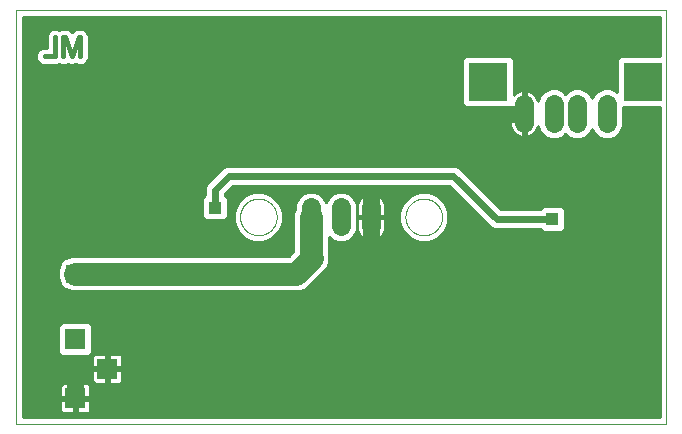
<source format=gbl>
G75*
%MOIN*%
%OFA0B0*%
%FSLAX25Y25*%
%IPPOS*%
%LPD*%
%AMOC8*
5,1,8,0,0,1.08239X$1,22.5*
%
%ADD10C,0.00000*%
%ADD11C,0.06337*%
%ADD12R,0.13055X0.13055*%
%ADD13R,0.07124X0.07124*%
%ADD14C,0.01000*%
%ADD15R,0.05937X0.05937*%
%ADD16C,0.05600*%
%ADD17R,0.04362X0.04362*%
%ADD18C,0.02400*%
%ADD19C,0.07600*%
%ADD20C,0.01600*%
D10*
X0070290Y0017195D02*
X0070290Y0154990D01*
X0286826Y0154990D01*
X0286826Y0017195D01*
X0070290Y0017195D01*
X0144897Y0086093D02*
X0144899Y0086249D01*
X0144905Y0086405D01*
X0144915Y0086560D01*
X0144929Y0086715D01*
X0144947Y0086870D01*
X0144969Y0087024D01*
X0144994Y0087178D01*
X0145024Y0087331D01*
X0145058Y0087483D01*
X0145095Y0087635D01*
X0145136Y0087785D01*
X0145181Y0087934D01*
X0145230Y0088082D01*
X0145283Y0088229D01*
X0145339Y0088374D01*
X0145399Y0088518D01*
X0145463Y0088660D01*
X0145531Y0088801D01*
X0145602Y0088939D01*
X0145676Y0089076D01*
X0145754Y0089211D01*
X0145835Y0089344D01*
X0145920Y0089475D01*
X0146008Y0089604D01*
X0146099Y0089730D01*
X0146194Y0089854D01*
X0146291Y0089975D01*
X0146392Y0090094D01*
X0146496Y0090211D01*
X0146602Y0090324D01*
X0146712Y0090435D01*
X0146824Y0090543D01*
X0146939Y0090648D01*
X0147057Y0090751D01*
X0147177Y0090850D01*
X0147300Y0090946D01*
X0147425Y0091039D01*
X0147552Y0091128D01*
X0147682Y0091215D01*
X0147814Y0091298D01*
X0147948Y0091377D01*
X0148084Y0091454D01*
X0148222Y0091526D01*
X0148361Y0091596D01*
X0148503Y0091661D01*
X0148646Y0091723D01*
X0148790Y0091781D01*
X0148936Y0091836D01*
X0149084Y0091887D01*
X0149232Y0091934D01*
X0149382Y0091977D01*
X0149533Y0092016D01*
X0149685Y0092052D01*
X0149837Y0092083D01*
X0149991Y0092111D01*
X0150145Y0092135D01*
X0150299Y0092155D01*
X0150454Y0092171D01*
X0150610Y0092183D01*
X0150765Y0092191D01*
X0150921Y0092195D01*
X0151077Y0092195D01*
X0151233Y0092191D01*
X0151388Y0092183D01*
X0151544Y0092171D01*
X0151699Y0092155D01*
X0151853Y0092135D01*
X0152007Y0092111D01*
X0152161Y0092083D01*
X0152313Y0092052D01*
X0152465Y0092016D01*
X0152616Y0091977D01*
X0152766Y0091934D01*
X0152914Y0091887D01*
X0153062Y0091836D01*
X0153208Y0091781D01*
X0153352Y0091723D01*
X0153495Y0091661D01*
X0153637Y0091596D01*
X0153776Y0091526D01*
X0153914Y0091454D01*
X0154050Y0091377D01*
X0154184Y0091298D01*
X0154316Y0091215D01*
X0154446Y0091128D01*
X0154573Y0091039D01*
X0154698Y0090946D01*
X0154821Y0090850D01*
X0154941Y0090751D01*
X0155059Y0090648D01*
X0155174Y0090543D01*
X0155286Y0090435D01*
X0155396Y0090324D01*
X0155502Y0090211D01*
X0155606Y0090094D01*
X0155707Y0089975D01*
X0155804Y0089854D01*
X0155899Y0089730D01*
X0155990Y0089604D01*
X0156078Y0089475D01*
X0156163Y0089344D01*
X0156244Y0089211D01*
X0156322Y0089076D01*
X0156396Y0088939D01*
X0156467Y0088801D01*
X0156535Y0088660D01*
X0156599Y0088518D01*
X0156659Y0088374D01*
X0156715Y0088229D01*
X0156768Y0088082D01*
X0156817Y0087934D01*
X0156862Y0087785D01*
X0156903Y0087635D01*
X0156940Y0087483D01*
X0156974Y0087331D01*
X0157004Y0087178D01*
X0157029Y0087024D01*
X0157051Y0086870D01*
X0157069Y0086715D01*
X0157083Y0086560D01*
X0157093Y0086405D01*
X0157099Y0086249D01*
X0157101Y0086093D01*
X0157099Y0085937D01*
X0157093Y0085781D01*
X0157083Y0085626D01*
X0157069Y0085471D01*
X0157051Y0085316D01*
X0157029Y0085162D01*
X0157004Y0085008D01*
X0156974Y0084855D01*
X0156940Y0084703D01*
X0156903Y0084551D01*
X0156862Y0084401D01*
X0156817Y0084252D01*
X0156768Y0084104D01*
X0156715Y0083957D01*
X0156659Y0083812D01*
X0156599Y0083668D01*
X0156535Y0083526D01*
X0156467Y0083385D01*
X0156396Y0083247D01*
X0156322Y0083110D01*
X0156244Y0082975D01*
X0156163Y0082842D01*
X0156078Y0082711D01*
X0155990Y0082582D01*
X0155899Y0082456D01*
X0155804Y0082332D01*
X0155707Y0082211D01*
X0155606Y0082092D01*
X0155502Y0081975D01*
X0155396Y0081862D01*
X0155286Y0081751D01*
X0155174Y0081643D01*
X0155059Y0081538D01*
X0154941Y0081435D01*
X0154821Y0081336D01*
X0154698Y0081240D01*
X0154573Y0081147D01*
X0154446Y0081058D01*
X0154316Y0080971D01*
X0154184Y0080888D01*
X0154050Y0080809D01*
X0153914Y0080732D01*
X0153776Y0080660D01*
X0153637Y0080590D01*
X0153495Y0080525D01*
X0153352Y0080463D01*
X0153208Y0080405D01*
X0153062Y0080350D01*
X0152914Y0080299D01*
X0152766Y0080252D01*
X0152616Y0080209D01*
X0152465Y0080170D01*
X0152313Y0080134D01*
X0152161Y0080103D01*
X0152007Y0080075D01*
X0151853Y0080051D01*
X0151699Y0080031D01*
X0151544Y0080015D01*
X0151388Y0080003D01*
X0151233Y0079995D01*
X0151077Y0079991D01*
X0150921Y0079991D01*
X0150765Y0079995D01*
X0150610Y0080003D01*
X0150454Y0080015D01*
X0150299Y0080031D01*
X0150145Y0080051D01*
X0149991Y0080075D01*
X0149837Y0080103D01*
X0149685Y0080134D01*
X0149533Y0080170D01*
X0149382Y0080209D01*
X0149232Y0080252D01*
X0149084Y0080299D01*
X0148936Y0080350D01*
X0148790Y0080405D01*
X0148646Y0080463D01*
X0148503Y0080525D01*
X0148361Y0080590D01*
X0148222Y0080660D01*
X0148084Y0080732D01*
X0147948Y0080809D01*
X0147814Y0080888D01*
X0147682Y0080971D01*
X0147552Y0081058D01*
X0147425Y0081147D01*
X0147300Y0081240D01*
X0147177Y0081336D01*
X0147057Y0081435D01*
X0146939Y0081538D01*
X0146824Y0081643D01*
X0146712Y0081751D01*
X0146602Y0081862D01*
X0146496Y0081975D01*
X0146392Y0082092D01*
X0146291Y0082211D01*
X0146194Y0082332D01*
X0146099Y0082456D01*
X0146008Y0082582D01*
X0145920Y0082711D01*
X0145835Y0082842D01*
X0145754Y0082975D01*
X0145676Y0083110D01*
X0145602Y0083247D01*
X0145531Y0083385D01*
X0145463Y0083526D01*
X0145399Y0083668D01*
X0145339Y0083812D01*
X0145283Y0083957D01*
X0145230Y0084104D01*
X0145181Y0084252D01*
X0145136Y0084401D01*
X0145095Y0084551D01*
X0145058Y0084703D01*
X0145024Y0084855D01*
X0144994Y0085008D01*
X0144969Y0085162D01*
X0144947Y0085316D01*
X0144929Y0085471D01*
X0144915Y0085626D01*
X0144905Y0085781D01*
X0144899Y0085937D01*
X0144897Y0086093D01*
X0200015Y0086093D02*
X0200017Y0086249D01*
X0200023Y0086405D01*
X0200033Y0086560D01*
X0200047Y0086715D01*
X0200065Y0086870D01*
X0200087Y0087024D01*
X0200112Y0087178D01*
X0200142Y0087331D01*
X0200176Y0087483D01*
X0200213Y0087635D01*
X0200254Y0087785D01*
X0200299Y0087934D01*
X0200348Y0088082D01*
X0200401Y0088229D01*
X0200457Y0088374D01*
X0200517Y0088518D01*
X0200581Y0088660D01*
X0200649Y0088801D01*
X0200720Y0088939D01*
X0200794Y0089076D01*
X0200872Y0089211D01*
X0200953Y0089344D01*
X0201038Y0089475D01*
X0201126Y0089604D01*
X0201217Y0089730D01*
X0201312Y0089854D01*
X0201409Y0089975D01*
X0201510Y0090094D01*
X0201614Y0090211D01*
X0201720Y0090324D01*
X0201830Y0090435D01*
X0201942Y0090543D01*
X0202057Y0090648D01*
X0202175Y0090751D01*
X0202295Y0090850D01*
X0202418Y0090946D01*
X0202543Y0091039D01*
X0202670Y0091128D01*
X0202800Y0091215D01*
X0202932Y0091298D01*
X0203066Y0091377D01*
X0203202Y0091454D01*
X0203340Y0091526D01*
X0203479Y0091596D01*
X0203621Y0091661D01*
X0203764Y0091723D01*
X0203908Y0091781D01*
X0204054Y0091836D01*
X0204202Y0091887D01*
X0204350Y0091934D01*
X0204500Y0091977D01*
X0204651Y0092016D01*
X0204803Y0092052D01*
X0204955Y0092083D01*
X0205109Y0092111D01*
X0205263Y0092135D01*
X0205417Y0092155D01*
X0205572Y0092171D01*
X0205728Y0092183D01*
X0205883Y0092191D01*
X0206039Y0092195D01*
X0206195Y0092195D01*
X0206351Y0092191D01*
X0206506Y0092183D01*
X0206662Y0092171D01*
X0206817Y0092155D01*
X0206971Y0092135D01*
X0207125Y0092111D01*
X0207279Y0092083D01*
X0207431Y0092052D01*
X0207583Y0092016D01*
X0207734Y0091977D01*
X0207884Y0091934D01*
X0208032Y0091887D01*
X0208180Y0091836D01*
X0208326Y0091781D01*
X0208470Y0091723D01*
X0208613Y0091661D01*
X0208755Y0091596D01*
X0208894Y0091526D01*
X0209032Y0091454D01*
X0209168Y0091377D01*
X0209302Y0091298D01*
X0209434Y0091215D01*
X0209564Y0091128D01*
X0209691Y0091039D01*
X0209816Y0090946D01*
X0209939Y0090850D01*
X0210059Y0090751D01*
X0210177Y0090648D01*
X0210292Y0090543D01*
X0210404Y0090435D01*
X0210514Y0090324D01*
X0210620Y0090211D01*
X0210724Y0090094D01*
X0210825Y0089975D01*
X0210922Y0089854D01*
X0211017Y0089730D01*
X0211108Y0089604D01*
X0211196Y0089475D01*
X0211281Y0089344D01*
X0211362Y0089211D01*
X0211440Y0089076D01*
X0211514Y0088939D01*
X0211585Y0088801D01*
X0211653Y0088660D01*
X0211717Y0088518D01*
X0211777Y0088374D01*
X0211833Y0088229D01*
X0211886Y0088082D01*
X0211935Y0087934D01*
X0211980Y0087785D01*
X0212021Y0087635D01*
X0212058Y0087483D01*
X0212092Y0087331D01*
X0212122Y0087178D01*
X0212147Y0087024D01*
X0212169Y0086870D01*
X0212187Y0086715D01*
X0212201Y0086560D01*
X0212211Y0086405D01*
X0212217Y0086249D01*
X0212219Y0086093D01*
X0212217Y0085937D01*
X0212211Y0085781D01*
X0212201Y0085626D01*
X0212187Y0085471D01*
X0212169Y0085316D01*
X0212147Y0085162D01*
X0212122Y0085008D01*
X0212092Y0084855D01*
X0212058Y0084703D01*
X0212021Y0084551D01*
X0211980Y0084401D01*
X0211935Y0084252D01*
X0211886Y0084104D01*
X0211833Y0083957D01*
X0211777Y0083812D01*
X0211717Y0083668D01*
X0211653Y0083526D01*
X0211585Y0083385D01*
X0211514Y0083247D01*
X0211440Y0083110D01*
X0211362Y0082975D01*
X0211281Y0082842D01*
X0211196Y0082711D01*
X0211108Y0082582D01*
X0211017Y0082456D01*
X0210922Y0082332D01*
X0210825Y0082211D01*
X0210724Y0082092D01*
X0210620Y0081975D01*
X0210514Y0081862D01*
X0210404Y0081751D01*
X0210292Y0081643D01*
X0210177Y0081538D01*
X0210059Y0081435D01*
X0209939Y0081336D01*
X0209816Y0081240D01*
X0209691Y0081147D01*
X0209564Y0081058D01*
X0209434Y0080971D01*
X0209302Y0080888D01*
X0209168Y0080809D01*
X0209032Y0080732D01*
X0208894Y0080660D01*
X0208755Y0080590D01*
X0208613Y0080525D01*
X0208470Y0080463D01*
X0208326Y0080405D01*
X0208180Y0080350D01*
X0208032Y0080299D01*
X0207884Y0080252D01*
X0207734Y0080209D01*
X0207583Y0080170D01*
X0207431Y0080134D01*
X0207279Y0080103D01*
X0207125Y0080075D01*
X0206971Y0080051D01*
X0206817Y0080031D01*
X0206662Y0080015D01*
X0206506Y0080003D01*
X0206351Y0079995D01*
X0206195Y0079991D01*
X0206039Y0079991D01*
X0205883Y0079995D01*
X0205728Y0080003D01*
X0205572Y0080015D01*
X0205417Y0080031D01*
X0205263Y0080051D01*
X0205109Y0080075D01*
X0204955Y0080103D01*
X0204803Y0080134D01*
X0204651Y0080170D01*
X0204500Y0080209D01*
X0204350Y0080252D01*
X0204202Y0080299D01*
X0204054Y0080350D01*
X0203908Y0080405D01*
X0203764Y0080463D01*
X0203621Y0080525D01*
X0203479Y0080590D01*
X0203340Y0080660D01*
X0203202Y0080732D01*
X0203066Y0080809D01*
X0202932Y0080888D01*
X0202800Y0080971D01*
X0202670Y0081058D01*
X0202543Y0081147D01*
X0202418Y0081240D01*
X0202295Y0081336D01*
X0202175Y0081435D01*
X0202057Y0081538D01*
X0201942Y0081643D01*
X0201830Y0081751D01*
X0201720Y0081862D01*
X0201614Y0081975D01*
X0201510Y0082092D01*
X0201409Y0082211D01*
X0201312Y0082332D01*
X0201217Y0082456D01*
X0201126Y0082582D01*
X0201038Y0082711D01*
X0200953Y0082842D01*
X0200872Y0082975D01*
X0200794Y0083110D01*
X0200720Y0083247D01*
X0200649Y0083385D01*
X0200581Y0083526D01*
X0200517Y0083668D01*
X0200457Y0083812D01*
X0200401Y0083957D01*
X0200348Y0084104D01*
X0200299Y0084252D01*
X0200254Y0084401D01*
X0200213Y0084551D01*
X0200176Y0084703D01*
X0200142Y0084855D01*
X0200112Y0085008D01*
X0200087Y0085162D01*
X0200065Y0085316D01*
X0200047Y0085471D01*
X0200033Y0085626D01*
X0200023Y0085781D01*
X0200017Y0085937D01*
X0200015Y0086093D01*
D11*
X0188558Y0089261D02*
X0188558Y0082924D01*
X0178558Y0082924D02*
X0178558Y0089261D01*
X0168558Y0089261D02*
X0168558Y0082924D01*
X0239582Y0117373D02*
X0239582Y0123710D01*
X0249424Y0123710D02*
X0249424Y0117373D01*
X0257298Y0117373D02*
X0257298Y0123710D01*
X0267141Y0123710D02*
X0267141Y0117373D01*
D12*
X0279227Y0131211D03*
X0227495Y0131211D03*
D13*
X0089975Y0045344D03*
X0100605Y0035502D03*
X0089975Y0025659D03*
D14*
X0089475Y0025183D02*
X0072390Y0025183D01*
X0072390Y0026181D02*
X0084913Y0026181D01*
X0084913Y0026159D02*
X0089475Y0026159D01*
X0089475Y0025159D01*
X0090475Y0025159D01*
X0090475Y0020597D01*
X0093735Y0020597D01*
X0094117Y0020699D01*
X0094459Y0020897D01*
X0094738Y0021176D01*
X0094935Y0021518D01*
X0095038Y0021900D01*
X0095038Y0025159D01*
X0090475Y0025159D01*
X0090475Y0026159D01*
X0095038Y0026159D01*
X0095038Y0029419D01*
X0094935Y0029801D01*
X0094738Y0030143D01*
X0094459Y0030422D01*
X0094117Y0030619D01*
X0093735Y0030722D01*
X0090475Y0030722D01*
X0090475Y0026159D01*
X0089475Y0026159D01*
X0089475Y0030722D01*
X0086216Y0030722D01*
X0085834Y0030619D01*
X0085492Y0030422D01*
X0085213Y0030143D01*
X0085015Y0029801D01*
X0084913Y0029419D01*
X0084913Y0026159D01*
X0084913Y0025159D02*
X0084913Y0021900D01*
X0085015Y0021518D01*
X0085213Y0021176D01*
X0085492Y0020897D01*
X0085834Y0020699D01*
X0086216Y0020597D01*
X0089475Y0020597D01*
X0089475Y0025159D01*
X0084913Y0025159D01*
X0084913Y0024184D02*
X0072390Y0024184D01*
X0072390Y0023186D02*
X0084913Y0023186D01*
X0084913Y0022187D02*
X0072390Y0022187D01*
X0072390Y0021189D02*
X0085206Y0021189D01*
X0089475Y0021189D02*
X0090475Y0021189D01*
X0090475Y0022187D02*
X0089475Y0022187D01*
X0089475Y0023186D02*
X0090475Y0023186D01*
X0090475Y0024184D02*
X0089475Y0024184D01*
X0090475Y0025183D02*
X0284726Y0025183D01*
X0284726Y0026181D02*
X0095038Y0026181D01*
X0095038Y0027180D02*
X0284726Y0027180D01*
X0284726Y0028179D02*
X0095038Y0028179D01*
X0095038Y0029177D02*
X0284726Y0029177D01*
X0284726Y0030176D02*
X0094705Y0030176D01*
X0095843Y0031019D02*
X0095645Y0031361D01*
X0095543Y0031742D01*
X0095543Y0035002D01*
X0100105Y0035002D01*
X0100105Y0036002D01*
X0095543Y0036002D01*
X0095543Y0039262D01*
X0095645Y0039643D01*
X0095843Y0039985D01*
X0096122Y0040264D01*
X0096464Y0040462D01*
X0096846Y0040564D01*
X0100105Y0040564D01*
X0100105Y0036002D01*
X0101105Y0036002D01*
X0101105Y0040564D01*
X0104365Y0040564D01*
X0104747Y0040462D01*
X0105089Y0040264D01*
X0105368Y0039985D01*
X0105565Y0039643D01*
X0105668Y0039262D01*
X0105668Y0036002D01*
X0101105Y0036002D01*
X0101105Y0035002D01*
X0101105Y0030440D01*
X0104365Y0030440D01*
X0104747Y0030542D01*
X0105089Y0030739D01*
X0105368Y0031019D01*
X0105565Y0031361D01*
X0105668Y0031742D01*
X0105668Y0035002D01*
X0101105Y0035002D01*
X0100105Y0035002D01*
X0100105Y0030440D01*
X0096846Y0030440D01*
X0096464Y0030542D01*
X0096122Y0030739D01*
X0095843Y0031019D01*
X0095753Y0031174D02*
X0072390Y0031174D01*
X0072390Y0030176D02*
X0085246Y0030176D01*
X0084913Y0029177D02*
X0072390Y0029177D01*
X0072390Y0028179D02*
X0084913Y0028179D01*
X0084913Y0027180D02*
X0072390Y0027180D01*
X0072390Y0032173D02*
X0095543Y0032173D01*
X0095543Y0033171D02*
X0072390Y0033171D01*
X0072390Y0034170D02*
X0095543Y0034170D01*
X0095543Y0036167D02*
X0072390Y0036167D01*
X0072390Y0037165D02*
X0095543Y0037165D01*
X0095543Y0038164D02*
X0072390Y0038164D01*
X0072390Y0039162D02*
X0095543Y0039162D01*
X0096018Y0040161D02*
X0094886Y0040161D01*
X0094407Y0039682D02*
X0095638Y0040912D01*
X0095638Y0049777D01*
X0094407Y0051007D01*
X0085543Y0051007D01*
X0084313Y0049777D01*
X0084313Y0040912D01*
X0085543Y0039682D01*
X0094407Y0039682D01*
X0095638Y0041159D02*
X0284726Y0041159D01*
X0284726Y0040161D02*
X0105192Y0040161D01*
X0105668Y0039162D02*
X0284726Y0039162D01*
X0284726Y0038164D02*
X0105668Y0038164D01*
X0105668Y0037165D02*
X0284726Y0037165D01*
X0284726Y0036167D02*
X0105668Y0036167D01*
X0105668Y0034170D02*
X0284726Y0034170D01*
X0284726Y0035168D02*
X0101105Y0035168D01*
X0101105Y0034170D02*
X0100105Y0034170D01*
X0100105Y0035168D02*
X0072390Y0035168D01*
X0072390Y0040161D02*
X0085065Y0040161D01*
X0084313Y0041159D02*
X0072390Y0041159D01*
X0072390Y0042158D02*
X0084313Y0042158D01*
X0084313Y0043156D02*
X0072390Y0043156D01*
X0072390Y0044155D02*
X0084313Y0044155D01*
X0084313Y0045153D02*
X0072390Y0045153D01*
X0072390Y0046152D02*
X0084313Y0046152D01*
X0084313Y0047150D02*
X0072390Y0047150D01*
X0072390Y0048149D02*
X0084313Y0048149D01*
X0084313Y0049147D02*
X0072390Y0049147D01*
X0072390Y0050146D02*
X0084682Y0050146D01*
X0095268Y0050146D02*
X0284726Y0050146D01*
X0284726Y0051144D02*
X0072390Y0051144D01*
X0072390Y0052143D02*
X0284726Y0052143D01*
X0284726Y0053141D02*
X0072390Y0053141D01*
X0072390Y0054140D02*
X0284726Y0054140D01*
X0284726Y0055138D02*
X0072390Y0055138D01*
X0072390Y0056137D02*
X0284726Y0056137D01*
X0284726Y0057135D02*
X0072390Y0057135D01*
X0072390Y0058134D02*
X0284726Y0058134D01*
X0284726Y0059132D02*
X0072390Y0059132D01*
X0072390Y0060131D02*
X0284726Y0060131D01*
X0284726Y0061129D02*
X0072390Y0061129D01*
X0072390Y0062128D02*
X0086136Y0062128D01*
X0086137Y0062126D02*
X0086794Y0062126D01*
X0088802Y0061295D01*
X0164771Y0061295D01*
X0166940Y0062193D01*
X0172058Y0067311D01*
X0173717Y0068971D01*
X0174616Y0071139D01*
X0174616Y0073487D01*
X0174458Y0073867D01*
X0174458Y0079573D01*
X0175574Y0078458D01*
X0177510Y0077656D01*
X0179606Y0077656D01*
X0181542Y0078458D01*
X0183025Y0079940D01*
X0183827Y0081876D01*
X0183827Y0090309D01*
X0183025Y0092245D01*
X0181542Y0093727D01*
X0179606Y0094530D01*
X0177510Y0094530D01*
X0175574Y0093727D01*
X0174092Y0092245D01*
X0173558Y0090957D01*
X0173025Y0092245D01*
X0171542Y0093727D01*
X0169606Y0094530D01*
X0167510Y0094530D01*
X0165574Y0093727D01*
X0164092Y0092245D01*
X0163290Y0090309D01*
X0163290Y0088791D01*
X0162658Y0087266D01*
X0162658Y0074599D01*
X0161154Y0073095D01*
X0088802Y0073095D01*
X0086794Y0072263D01*
X0086137Y0072263D01*
X0084907Y0071033D01*
X0084907Y0070376D01*
X0084075Y0068368D01*
X0084075Y0066021D01*
X0084907Y0064014D01*
X0084907Y0063357D01*
X0086137Y0062126D01*
X0085137Y0063126D02*
X0072390Y0063126D01*
X0072390Y0064125D02*
X0084861Y0064125D01*
X0084447Y0065123D02*
X0072390Y0065123D01*
X0072390Y0066122D02*
X0084075Y0066122D01*
X0084075Y0067120D02*
X0072390Y0067120D01*
X0072390Y0068119D02*
X0084075Y0068119D01*
X0084386Y0069117D02*
X0072390Y0069117D01*
X0072390Y0070116D02*
X0084799Y0070116D01*
X0084988Y0071114D02*
X0072390Y0071114D01*
X0072390Y0072113D02*
X0085987Y0072113D01*
X0072390Y0073112D02*
X0161170Y0073112D01*
X0162169Y0074110D02*
X0072390Y0074110D01*
X0072390Y0075109D02*
X0162658Y0075109D01*
X0162658Y0076107D02*
X0072390Y0076107D01*
X0072390Y0077106D02*
X0162658Y0077106D01*
X0162658Y0078104D02*
X0153147Y0078104D01*
X0152631Y0077890D02*
X0155645Y0079139D01*
X0157953Y0081446D01*
X0159201Y0084461D01*
X0159201Y0087724D01*
X0157953Y0090739D01*
X0155645Y0093046D01*
X0152631Y0094295D01*
X0149367Y0094295D01*
X0146353Y0093046D01*
X0144045Y0090739D01*
X0142797Y0087724D01*
X0142797Y0084461D01*
X0144045Y0081446D01*
X0146353Y0079139D01*
X0149367Y0077890D01*
X0152631Y0077890D01*
X0155558Y0079103D02*
X0162658Y0079103D01*
X0162658Y0080101D02*
X0156608Y0080101D01*
X0157606Y0081100D02*
X0162658Y0081100D01*
X0162658Y0082098D02*
X0158223Y0082098D01*
X0158636Y0083097D02*
X0162658Y0083097D01*
X0162658Y0084095D02*
X0159050Y0084095D01*
X0159201Y0085094D02*
X0162658Y0085094D01*
X0162658Y0086092D02*
X0159201Y0086092D01*
X0159201Y0087091D02*
X0162658Y0087091D01*
X0162999Y0088089D02*
X0159050Y0088089D01*
X0158637Y0089088D02*
X0163290Y0089088D01*
X0163290Y0090086D02*
X0158223Y0090086D01*
X0157607Y0091085D02*
X0163611Y0091085D01*
X0164025Y0092083D02*
X0156608Y0092083D01*
X0155559Y0093082D02*
X0164928Y0093082D01*
X0166426Y0094080D02*
X0153149Y0094080D01*
X0148849Y0094080D02*
X0140032Y0094080D01*
X0139732Y0093781D02*
X0142523Y0096572D01*
X0214593Y0096572D01*
X0228657Y0082508D01*
X0229870Y0082005D01*
X0244998Y0082005D01*
X0245980Y0081024D01*
X0252081Y0081024D01*
X0253312Y0082254D01*
X0253312Y0088356D01*
X0252081Y0089586D01*
X0245980Y0089586D01*
X0244998Y0088605D01*
X0231893Y0088605D01*
X0217829Y0102670D01*
X0216616Y0103172D01*
X0140500Y0103172D01*
X0139287Y0102670D01*
X0134563Y0097945D01*
X0134563Y0097945D01*
X0133635Y0097017D01*
X0133132Y0095804D01*
X0133132Y0093274D01*
X0132151Y0092293D01*
X0132151Y0086191D01*
X0133381Y0084961D01*
X0139483Y0084961D01*
X0140713Y0086191D01*
X0140713Y0092293D01*
X0139732Y0093274D01*
X0139732Y0093781D01*
X0139925Y0093082D02*
X0146439Y0093082D01*
X0145390Y0092083D02*
X0140713Y0092083D01*
X0140713Y0091085D02*
X0144391Y0091085D01*
X0143775Y0090086D02*
X0140713Y0090086D01*
X0140713Y0089088D02*
X0143362Y0089088D01*
X0142948Y0088089D02*
X0140713Y0088089D01*
X0140713Y0087091D02*
X0142797Y0087091D01*
X0142797Y0086092D02*
X0140614Y0086092D01*
X0139616Y0085094D02*
X0142797Y0085094D01*
X0142948Y0084095D02*
X0072390Y0084095D01*
X0072390Y0083097D02*
X0143362Y0083097D01*
X0143775Y0082098D02*
X0072390Y0082098D01*
X0072390Y0081100D02*
X0144392Y0081100D01*
X0145391Y0080101D02*
X0072390Y0080101D01*
X0072390Y0079103D02*
X0146440Y0079103D01*
X0148851Y0078104D02*
X0072390Y0078104D01*
X0072390Y0085094D02*
X0133249Y0085094D01*
X0132250Y0086092D02*
X0072390Y0086092D01*
X0072390Y0087091D02*
X0132151Y0087091D01*
X0132151Y0088089D02*
X0072390Y0088089D01*
X0072390Y0089088D02*
X0132151Y0089088D01*
X0132151Y0090086D02*
X0072390Y0090086D01*
X0072390Y0091085D02*
X0132151Y0091085D01*
X0132151Y0092083D02*
X0072390Y0092083D01*
X0072390Y0093082D02*
X0132940Y0093082D01*
X0133132Y0094080D02*
X0072390Y0094080D01*
X0072390Y0095079D02*
X0133132Y0095079D01*
X0133245Y0096077D02*
X0072390Y0096077D01*
X0072390Y0097076D02*
X0133693Y0097076D01*
X0134692Y0098074D02*
X0072390Y0098074D01*
X0072390Y0099073D02*
X0135690Y0099073D01*
X0136689Y0100071D02*
X0072390Y0100071D01*
X0072390Y0101070D02*
X0137687Y0101070D01*
X0138686Y0102068D02*
X0072390Y0102068D01*
X0072390Y0103067D02*
X0140246Y0103067D01*
X0142029Y0096077D02*
X0215088Y0096077D01*
X0216086Y0095079D02*
X0141030Y0095079D01*
X0170691Y0094080D02*
X0176426Y0094080D01*
X0174928Y0093082D02*
X0172188Y0093082D01*
X0173092Y0092083D02*
X0174025Y0092083D01*
X0173611Y0091085D02*
X0173505Y0091085D01*
X0180691Y0094080D02*
X0203967Y0094080D01*
X0204486Y0094295D02*
X0201471Y0093046D01*
X0199164Y0090739D01*
X0197915Y0087724D01*
X0197915Y0084461D01*
X0199164Y0081446D01*
X0201471Y0079139D01*
X0204486Y0077890D01*
X0207749Y0077890D01*
X0210763Y0079139D01*
X0213071Y0081446D01*
X0214320Y0084461D01*
X0214320Y0087724D01*
X0213071Y0090739D01*
X0210763Y0093046D01*
X0207749Y0094295D01*
X0204486Y0094295D01*
X0201557Y0093082D02*
X0191242Y0093082D01*
X0191005Y0093254D02*
X0190350Y0093587D01*
X0189651Y0093815D01*
X0189042Y0093911D01*
X0189042Y0086577D01*
X0188074Y0086577D01*
X0188074Y0093911D01*
X0187465Y0093815D01*
X0186766Y0093587D01*
X0186111Y0093254D01*
X0185517Y0092822D01*
X0184997Y0092302D01*
X0184565Y0091708D01*
X0184232Y0091053D01*
X0184005Y0090354D01*
X0183890Y0089628D01*
X0183890Y0086577D01*
X0188074Y0086577D01*
X0188074Y0085608D01*
X0189042Y0085608D01*
X0189042Y0078274D01*
X0189651Y0078370D01*
X0190350Y0078598D01*
X0191005Y0078931D01*
X0191599Y0079363D01*
X0192119Y0079883D01*
X0192551Y0080477D01*
X0192885Y0081132D01*
X0193112Y0081831D01*
X0193227Y0082557D01*
X0193227Y0085608D01*
X0189042Y0085608D01*
X0189042Y0086577D01*
X0193227Y0086577D01*
X0193227Y0089628D01*
X0193112Y0090354D01*
X0192885Y0091053D01*
X0192551Y0091708D01*
X0192119Y0092302D01*
X0191599Y0092822D01*
X0191005Y0093254D01*
X0192278Y0092083D02*
X0200508Y0092083D01*
X0199509Y0091085D02*
X0192868Y0091085D01*
X0193154Y0090086D02*
X0198893Y0090086D01*
X0198480Y0089088D02*
X0193227Y0089088D01*
X0193227Y0088089D02*
X0198066Y0088089D01*
X0197915Y0087091D02*
X0193227Y0087091D01*
X0193227Y0085094D02*
X0197915Y0085094D01*
X0197915Y0086092D02*
X0189042Y0086092D01*
X0188074Y0086092D02*
X0183827Y0086092D01*
X0183890Y0085608D02*
X0183890Y0082557D01*
X0184005Y0081831D01*
X0184232Y0081132D01*
X0184565Y0080477D01*
X0184997Y0079883D01*
X0185517Y0079363D01*
X0186111Y0078931D01*
X0186766Y0078598D01*
X0187465Y0078370D01*
X0188074Y0078274D01*
X0188074Y0085608D01*
X0183890Y0085608D01*
X0183890Y0085094D02*
X0183827Y0085094D01*
X0183827Y0084095D02*
X0183890Y0084095D01*
X0183890Y0083097D02*
X0183827Y0083097D01*
X0183827Y0082098D02*
X0183962Y0082098D01*
X0184248Y0081100D02*
X0183505Y0081100D01*
X0183091Y0080101D02*
X0184838Y0080101D01*
X0185875Y0079103D02*
X0182187Y0079103D01*
X0180689Y0078104D02*
X0203969Y0078104D01*
X0201559Y0079103D02*
X0191241Y0079103D01*
X0192278Y0080101D02*
X0200509Y0080101D01*
X0199510Y0081100D02*
X0192868Y0081100D01*
X0193154Y0082098D02*
X0198894Y0082098D01*
X0198480Y0083097D02*
X0193227Y0083097D01*
X0193227Y0084095D02*
X0198066Y0084095D01*
X0189042Y0084095D02*
X0188074Y0084095D01*
X0188074Y0083097D02*
X0189042Y0083097D01*
X0189042Y0082098D02*
X0188074Y0082098D01*
X0188074Y0081100D02*
X0189042Y0081100D01*
X0189042Y0080101D02*
X0188074Y0080101D01*
X0188074Y0079103D02*
X0189042Y0079103D01*
X0189042Y0085094D02*
X0188074Y0085094D01*
X0188074Y0087091D02*
X0189042Y0087091D01*
X0189042Y0088089D02*
X0188074Y0088089D01*
X0188074Y0089088D02*
X0189042Y0089088D01*
X0189042Y0090086D02*
X0188074Y0090086D01*
X0188074Y0091085D02*
X0189042Y0091085D01*
X0189042Y0092083D02*
X0188074Y0092083D01*
X0188074Y0093082D02*
X0189042Y0093082D01*
X0185874Y0093082D02*
X0182188Y0093082D01*
X0183092Y0092083D02*
X0184838Y0092083D01*
X0184248Y0091085D02*
X0183505Y0091085D01*
X0183827Y0090086D02*
X0183962Y0090086D01*
X0183890Y0089088D02*
X0183827Y0089088D01*
X0183827Y0088089D02*
X0183890Y0088089D01*
X0183890Y0087091D02*
X0183827Y0087091D01*
X0176427Y0078104D02*
X0174458Y0078104D01*
X0174458Y0077106D02*
X0284726Y0077106D01*
X0284726Y0078104D02*
X0208265Y0078104D01*
X0210676Y0079103D02*
X0284726Y0079103D01*
X0284726Y0080101D02*
X0211726Y0080101D01*
X0212724Y0081100D02*
X0245904Y0081100D01*
X0252157Y0081100D02*
X0284726Y0081100D01*
X0284726Y0082098D02*
X0253156Y0082098D01*
X0253312Y0083097D02*
X0284726Y0083097D01*
X0284726Y0084095D02*
X0253312Y0084095D01*
X0253312Y0085094D02*
X0284726Y0085094D01*
X0284726Y0086092D02*
X0253312Y0086092D01*
X0253312Y0087091D02*
X0284726Y0087091D01*
X0284726Y0088089D02*
X0253312Y0088089D01*
X0252580Y0089088D02*
X0284726Y0089088D01*
X0284726Y0090086D02*
X0230412Y0090086D01*
X0229414Y0091085D02*
X0284726Y0091085D01*
X0284726Y0092083D02*
X0228415Y0092083D01*
X0227417Y0093082D02*
X0284726Y0093082D01*
X0284726Y0094080D02*
X0226418Y0094080D01*
X0225420Y0095079D02*
X0284726Y0095079D01*
X0284726Y0096077D02*
X0224421Y0096077D01*
X0223423Y0097076D02*
X0284726Y0097076D01*
X0284726Y0098074D02*
X0222424Y0098074D01*
X0221426Y0099073D02*
X0284726Y0099073D01*
X0284726Y0100071D02*
X0220427Y0100071D01*
X0219429Y0101070D02*
X0284726Y0101070D01*
X0284726Y0102068D02*
X0218430Y0102068D01*
X0216870Y0103067D02*
X0284726Y0103067D01*
X0284726Y0104065D02*
X0072390Y0104065D01*
X0072390Y0105064D02*
X0284726Y0105064D01*
X0284726Y0106062D02*
X0072390Y0106062D01*
X0072390Y0107061D02*
X0284726Y0107061D01*
X0284726Y0108059D02*
X0072390Y0108059D01*
X0072390Y0109058D02*
X0284726Y0109058D01*
X0284726Y0110056D02*
X0072390Y0110056D01*
X0072390Y0111055D02*
X0284726Y0111055D01*
X0284726Y0112053D02*
X0072390Y0112053D01*
X0072390Y0113052D02*
X0237779Y0113052D01*
X0237790Y0113046D02*
X0238488Y0112819D01*
X0239097Y0112723D01*
X0239097Y0120057D01*
X0234913Y0120057D01*
X0234913Y0117005D01*
X0235028Y0116280D01*
X0235255Y0115581D01*
X0235589Y0114926D01*
X0236021Y0114332D01*
X0236540Y0113812D01*
X0237135Y0113380D01*
X0237790Y0113046D01*
X0239097Y0113052D02*
X0240066Y0113052D01*
X0240066Y0112723D02*
X0240675Y0112819D01*
X0241374Y0113046D01*
X0242029Y0113380D01*
X0242623Y0113812D01*
X0243143Y0114332D01*
X0243575Y0114926D01*
X0243908Y0115581D01*
X0244135Y0116280D01*
X0244156Y0116409D01*
X0244156Y0116325D01*
X0244958Y0114388D01*
X0246440Y0112906D01*
X0248376Y0112104D01*
X0250472Y0112104D01*
X0252409Y0112906D01*
X0253361Y0113859D01*
X0254314Y0112906D01*
X0256250Y0112104D01*
X0258346Y0112104D01*
X0260283Y0112906D01*
X0261765Y0114388D01*
X0262220Y0115487D01*
X0262674Y0114388D01*
X0264156Y0112906D01*
X0266093Y0112104D01*
X0268189Y0112104D01*
X0270125Y0112906D01*
X0271607Y0114388D01*
X0272409Y0116325D01*
X0272409Y0122583D01*
X0284726Y0122583D01*
X0284726Y0019295D01*
X0072390Y0019295D01*
X0072390Y0152890D01*
X0284726Y0152890D01*
X0284726Y0139838D01*
X0271830Y0139838D01*
X0270600Y0138608D01*
X0270600Y0127702D01*
X0270125Y0128176D01*
X0268189Y0128978D01*
X0266093Y0128978D01*
X0264156Y0128176D01*
X0262674Y0126694D01*
X0262220Y0125596D01*
X0261765Y0126694D01*
X0260283Y0128176D01*
X0258346Y0128978D01*
X0256250Y0128978D01*
X0254314Y0128176D01*
X0253361Y0127224D01*
X0252409Y0128176D01*
X0250472Y0128978D01*
X0248376Y0128978D01*
X0246440Y0128176D01*
X0244958Y0126694D01*
X0244156Y0124758D01*
X0244156Y0124674D01*
X0244135Y0124803D01*
X0243908Y0125502D01*
X0243575Y0126157D01*
X0243143Y0126751D01*
X0242623Y0127271D01*
X0242029Y0127703D01*
X0241374Y0128036D01*
X0240675Y0128263D01*
X0240066Y0128360D01*
X0240066Y0121026D01*
X0239097Y0121026D01*
X0239097Y0120057D01*
X0240066Y0120057D01*
X0240066Y0112723D01*
X0240066Y0114050D02*
X0239097Y0114050D01*
X0239097Y0115049D02*
X0240066Y0115049D01*
X0240066Y0116048D02*
X0239097Y0116048D01*
X0239097Y0117046D02*
X0240066Y0117046D01*
X0240066Y0118045D02*
X0239097Y0118045D01*
X0239097Y0119043D02*
X0240066Y0119043D01*
X0240066Y0120042D02*
X0239097Y0120042D01*
X0239097Y0121026D02*
X0234913Y0121026D01*
X0234913Y0122604D01*
X0234893Y0122583D01*
X0220098Y0122583D01*
X0218868Y0123813D01*
X0218868Y0138608D01*
X0220098Y0139838D01*
X0234893Y0139838D01*
X0236123Y0138608D01*
X0236123Y0126853D01*
X0236540Y0127271D01*
X0237135Y0127703D01*
X0237790Y0128036D01*
X0238488Y0128263D01*
X0239097Y0128360D01*
X0239097Y0121026D01*
X0239097Y0121040D02*
X0240066Y0121040D01*
X0240066Y0122039D02*
X0239097Y0122039D01*
X0239097Y0123037D02*
X0240066Y0123037D01*
X0240066Y0124036D02*
X0239097Y0124036D01*
X0239097Y0125034D02*
X0240066Y0125034D01*
X0240066Y0126033D02*
X0239097Y0126033D01*
X0239097Y0127031D02*
X0240066Y0127031D01*
X0240066Y0128030D02*
X0239097Y0128030D01*
X0237777Y0128030D02*
X0236123Y0128030D01*
X0236123Y0129028D02*
X0270600Y0129028D01*
X0270600Y0128030D02*
X0270272Y0128030D01*
X0270600Y0130027D02*
X0236123Y0130027D01*
X0236123Y0131025D02*
X0270600Y0131025D01*
X0270600Y0132024D02*
X0236123Y0132024D01*
X0236123Y0133022D02*
X0270600Y0133022D01*
X0270600Y0134021D02*
X0236123Y0134021D01*
X0236123Y0135019D02*
X0270600Y0135019D01*
X0270600Y0136018D02*
X0236123Y0136018D01*
X0236123Y0137016D02*
X0270600Y0137016D01*
X0270600Y0138015D02*
X0236123Y0138015D01*
X0235717Y0139013D02*
X0271005Y0139013D01*
X0284726Y0140012D02*
X0094450Y0140012D01*
X0094450Y0139059D02*
X0094450Y0146512D01*
X0094009Y0147578D01*
X0093193Y0148394D01*
X0092127Y0148835D01*
X0091682Y0148835D01*
X0091635Y0148853D01*
X0091107Y0148835D01*
X0090580Y0148835D01*
X0090533Y0148816D01*
X0090482Y0148814D01*
X0090001Y0148595D01*
X0089514Y0148394D01*
X0089478Y0148357D01*
X0089431Y0148336D01*
X0089071Y0147951D01*
X0088794Y0147674D01*
X0088517Y0147951D01*
X0088157Y0148336D01*
X0088111Y0148357D01*
X0088075Y0148394D01*
X0087587Y0148595D01*
X0087107Y0148814D01*
X0087056Y0148816D01*
X0087009Y0148835D01*
X0086481Y0148835D01*
X0085954Y0148853D01*
X0085906Y0148835D01*
X0085462Y0148835D01*
X0084660Y0148503D01*
X0083859Y0148835D01*
X0082706Y0148835D01*
X0081640Y0148394D01*
X0080824Y0147578D01*
X0080383Y0146512D01*
X0080383Y0142536D01*
X0079162Y0142536D01*
X0078096Y0142094D01*
X0077281Y0141279D01*
X0076839Y0140213D01*
X0076839Y0139059D01*
X0077281Y0137993D01*
X0078096Y0137177D01*
X0079162Y0136736D01*
X0083859Y0136736D01*
X0084660Y0137068D01*
X0085462Y0136736D01*
X0086615Y0136736D01*
X0087401Y0137061D01*
X0087684Y0136955D01*
X0088119Y0136757D01*
X0088221Y0136754D01*
X0088316Y0136718D01*
X0088794Y0136734D01*
X0089272Y0136718D01*
X0089368Y0136754D01*
X0089469Y0136757D01*
X0089905Y0136955D01*
X0090188Y0137061D01*
X0090973Y0136736D01*
X0092127Y0136736D01*
X0093193Y0137177D01*
X0094009Y0137993D01*
X0094450Y0139059D01*
X0094431Y0139013D02*
X0219273Y0139013D01*
X0218868Y0138015D02*
X0094018Y0138015D01*
X0092804Y0137016D02*
X0218868Y0137016D01*
X0218868Y0136018D02*
X0072390Y0136018D01*
X0072390Y0137016D02*
X0078485Y0137016D01*
X0077272Y0138015D02*
X0072390Y0138015D01*
X0072390Y0139013D02*
X0076858Y0139013D01*
X0076839Y0140012D02*
X0072390Y0140012D01*
X0072390Y0141010D02*
X0077170Y0141010D01*
X0078011Y0142009D02*
X0072390Y0142009D01*
X0072390Y0143007D02*
X0080383Y0143007D01*
X0080383Y0144006D02*
X0072390Y0144006D01*
X0072390Y0145004D02*
X0080383Y0145004D01*
X0080383Y0146003D02*
X0072390Y0146003D01*
X0072390Y0147001D02*
X0080585Y0147001D01*
X0081246Y0148000D02*
X0072390Y0148000D01*
X0072390Y0148998D02*
X0284726Y0148998D01*
X0284726Y0148000D02*
X0093587Y0148000D01*
X0094247Y0147001D02*
X0284726Y0147001D01*
X0284726Y0146003D02*
X0094450Y0146003D01*
X0094450Y0145004D02*
X0284726Y0145004D01*
X0284726Y0144006D02*
X0094450Y0144006D01*
X0094450Y0143007D02*
X0284726Y0143007D01*
X0284726Y0142009D02*
X0094450Y0142009D01*
X0094450Y0141010D02*
X0284726Y0141010D01*
X0284726Y0149997D02*
X0072390Y0149997D01*
X0072390Y0150995D02*
X0284726Y0150995D01*
X0284726Y0151994D02*
X0072390Y0151994D01*
X0088472Y0148000D02*
X0089117Y0148000D01*
X0090068Y0137016D02*
X0090296Y0137016D01*
X0087521Y0137016D02*
X0087292Y0137016D01*
X0084785Y0137016D02*
X0084536Y0137016D01*
X0072390Y0135019D02*
X0218868Y0135019D01*
X0218868Y0134021D02*
X0072390Y0134021D01*
X0072390Y0133022D02*
X0218868Y0133022D01*
X0218868Y0132024D02*
X0072390Y0132024D01*
X0072390Y0131025D02*
X0218868Y0131025D01*
X0218868Y0130027D02*
X0072390Y0130027D01*
X0072390Y0129028D02*
X0218868Y0129028D01*
X0218868Y0128030D02*
X0072390Y0128030D01*
X0072390Y0127031D02*
X0218868Y0127031D01*
X0218868Y0126033D02*
X0072390Y0126033D01*
X0072390Y0125034D02*
X0218868Y0125034D01*
X0218868Y0124036D02*
X0072390Y0124036D01*
X0072390Y0123037D02*
X0219644Y0123037D01*
X0234913Y0122039D02*
X0072390Y0122039D01*
X0072390Y0121040D02*
X0234913Y0121040D01*
X0234913Y0120042D02*
X0072390Y0120042D01*
X0072390Y0119043D02*
X0234913Y0119043D01*
X0234913Y0118045D02*
X0072390Y0118045D01*
X0072390Y0117046D02*
X0234913Y0117046D01*
X0235104Y0116048D02*
X0072390Y0116048D01*
X0072390Y0115049D02*
X0235526Y0115049D01*
X0236302Y0114050D02*
X0072390Y0114050D01*
X0166782Y0062128D02*
X0284726Y0062128D01*
X0284726Y0063126D02*
X0167873Y0063126D01*
X0168871Y0064125D02*
X0284726Y0064125D01*
X0284726Y0065123D02*
X0169870Y0065123D01*
X0170868Y0066122D02*
X0284726Y0066122D01*
X0284726Y0067120D02*
X0171867Y0067120D01*
X0172865Y0068119D02*
X0284726Y0068119D01*
X0284726Y0069117D02*
X0173778Y0069117D01*
X0174192Y0070116D02*
X0284726Y0070116D01*
X0284726Y0071114D02*
X0174605Y0071114D01*
X0174616Y0072113D02*
X0284726Y0072113D01*
X0284726Y0073112D02*
X0174616Y0073112D01*
X0174458Y0074110D02*
X0284726Y0074110D01*
X0284726Y0075109D02*
X0174458Y0075109D01*
X0174458Y0076107D02*
X0284726Y0076107D01*
X0245481Y0089088D02*
X0231411Y0089088D01*
X0226071Y0085094D02*
X0214320Y0085094D01*
X0214320Y0086092D02*
X0225073Y0086092D01*
X0224074Y0087091D02*
X0214320Y0087091D01*
X0214168Y0088089D02*
X0223076Y0088089D01*
X0222077Y0089088D02*
X0213755Y0089088D01*
X0213341Y0090086D02*
X0221079Y0090086D01*
X0220080Y0091085D02*
X0212725Y0091085D01*
X0211726Y0092083D02*
X0219082Y0092083D01*
X0218083Y0093082D02*
X0210677Y0093082D01*
X0208267Y0094080D02*
X0217085Y0094080D01*
X0214168Y0084095D02*
X0227070Y0084095D01*
X0228068Y0083097D02*
X0213754Y0083097D01*
X0213341Y0082098D02*
X0229646Y0082098D01*
X0241385Y0113052D02*
X0246294Y0113052D01*
X0245296Y0114050D02*
X0242862Y0114050D01*
X0243637Y0115049D02*
X0244684Y0115049D01*
X0244271Y0116048D02*
X0244060Y0116048D01*
X0252554Y0113052D02*
X0254168Y0113052D01*
X0260428Y0113052D02*
X0264011Y0113052D01*
X0263012Y0114050D02*
X0261427Y0114050D01*
X0262038Y0115049D02*
X0262401Y0115049D01*
X0270271Y0113052D02*
X0284726Y0113052D01*
X0284726Y0114050D02*
X0271269Y0114050D01*
X0271881Y0115049D02*
X0284726Y0115049D01*
X0284726Y0116048D02*
X0272294Y0116048D01*
X0272409Y0117046D02*
X0284726Y0117046D01*
X0284726Y0118045D02*
X0272409Y0118045D01*
X0272409Y0119043D02*
X0284726Y0119043D01*
X0284726Y0120042D02*
X0272409Y0120042D01*
X0272409Y0121040D02*
X0284726Y0121040D01*
X0284726Y0122039D02*
X0272409Y0122039D01*
X0263011Y0127031D02*
X0261428Y0127031D01*
X0262039Y0126033D02*
X0262400Y0126033D01*
X0264010Y0128030D02*
X0260429Y0128030D01*
X0254167Y0128030D02*
X0252555Y0128030D01*
X0246293Y0128030D02*
X0241387Y0128030D01*
X0242863Y0127031D02*
X0245295Y0127031D01*
X0244684Y0126033D02*
X0243638Y0126033D01*
X0244060Y0125034D02*
X0244270Y0125034D01*
X0236301Y0127031D02*
X0236123Y0127031D01*
X0174929Y0079103D02*
X0174458Y0079103D01*
X0101105Y0040161D02*
X0100105Y0040161D01*
X0100105Y0039162D02*
X0101105Y0039162D01*
X0101105Y0038164D02*
X0100105Y0038164D01*
X0100105Y0037165D02*
X0101105Y0037165D01*
X0101105Y0036167D02*
X0100105Y0036167D01*
X0100105Y0033171D02*
X0101105Y0033171D01*
X0101105Y0032173D02*
X0100105Y0032173D01*
X0100105Y0031174D02*
X0101105Y0031174D01*
X0105457Y0031174D02*
X0284726Y0031174D01*
X0284726Y0032173D02*
X0105668Y0032173D01*
X0105668Y0033171D02*
X0284726Y0033171D01*
X0284726Y0042158D02*
X0095638Y0042158D01*
X0095638Y0043156D02*
X0284726Y0043156D01*
X0284726Y0044155D02*
X0095638Y0044155D01*
X0095638Y0045153D02*
X0284726Y0045153D01*
X0284726Y0046152D02*
X0095638Y0046152D01*
X0095638Y0047150D02*
X0284726Y0047150D01*
X0284726Y0048149D02*
X0095638Y0048149D01*
X0095638Y0049147D02*
X0284726Y0049147D01*
X0284726Y0024184D02*
X0095038Y0024184D01*
X0095038Y0023186D02*
X0284726Y0023186D01*
X0284726Y0022187D02*
X0095038Y0022187D01*
X0094745Y0021189D02*
X0284726Y0021189D01*
X0284726Y0020190D02*
X0072390Y0020190D01*
X0089475Y0026181D02*
X0090475Y0026181D01*
X0090475Y0027180D02*
X0089475Y0027180D01*
X0089475Y0028179D02*
X0090475Y0028179D01*
X0090475Y0029177D02*
X0089475Y0029177D01*
X0089475Y0030176D02*
X0090475Y0030176D01*
D15*
X0089975Y0067195D03*
X0086432Y0085699D03*
X0168716Y0147116D03*
D16*
X0234464Y0120344D02*
X0239582Y0120344D01*
X0188401Y0093967D02*
X0188401Y0086093D01*
X0188401Y0077037D01*
X0188401Y0086093D02*
X0188794Y0086093D01*
X0089975Y0030581D02*
X0089975Y0025856D01*
D17*
X0136432Y0089242D03*
X0249031Y0085305D03*
D18*
X0230527Y0085305D01*
X0215960Y0099872D01*
X0141157Y0099872D01*
X0136432Y0095148D01*
X0136432Y0089242D01*
D19*
X0168558Y0086093D02*
X0168558Y0072313D01*
X0168716Y0072313D01*
X0163597Y0067195D01*
X0089975Y0067195D01*
D20*
X0088794Y0139636D02*
X0086432Y0145935D01*
X0086038Y0145935D01*
X0086038Y0139636D01*
X0083283Y0139636D02*
X0079739Y0139636D01*
X0083283Y0139636D02*
X0083283Y0145935D01*
X0091157Y0145935D02*
X0088794Y0139636D01*
X0091550Y0139636D02*
X0091550Y0145935D01*
X0091157Y0145935D01*
M02*

</source>
